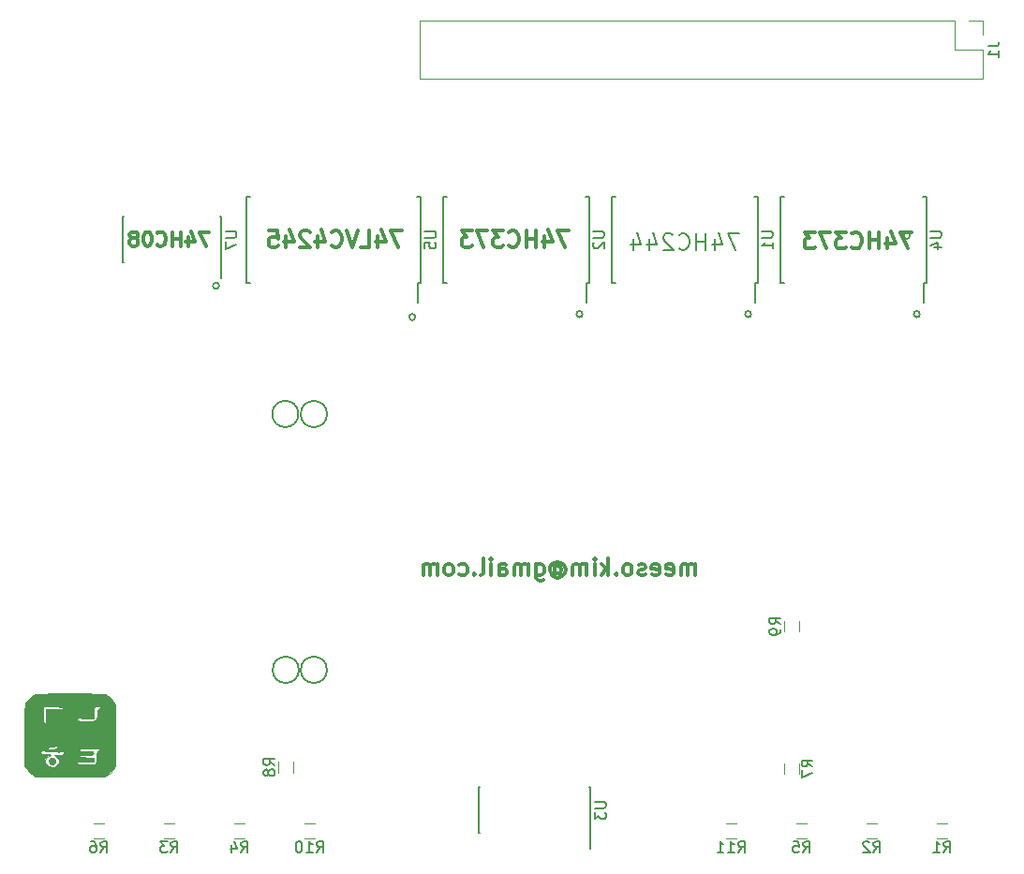
<source format=gbr>
G04 #@! TF.FileFunction,Legend,Bot*
%FSLAX46Y46*%
G04 Gerber Fmt 4.6, Leading zero omitted, Abs format (unit mm)*
G04 Created by KiCad (PCBNEW 4.0.7) date 08/27/18 14:46:57*
%MOMM*%
%LPD*%
G01*
G04 APERTURE LIST*
%ADD10C,0.100000*%
%ADD11C,0.300000*%
%ADD12C,0.200000*%
%ADD13C,0.370000*%
%ADD14C,0.120000*%
%ADD15C,0.150000*%
%ADD16C,0.010000*%
G04 APERTURE END LIST*
D10*
D11*
X200472856Y-73473571D02*
X199472856Y-73473571D01*
X200115713Y-74973571D01*
X198258571Y-73973571D02*
X198258571Y-74973571D01*
X198615714Y-73402143D02*
X198972857Y-74473571D01*
X198044285Y-74473571D01*
X197472857Y-74973571D02*
X197472857Y-73473571D01*
X197472857Y-74187857D02*
X196615714Y-74187857D01*
X196615714Y-74973571D02*
X196615714Y-73473571D01*
X195044285Y-74830714D02*
X195115714Y-74902143D01*
X195330000Y-74973571D01*
X195472857Y-74973571D01*
X195687142Y-74902143D01*
X195830000Y-74759286D01*
X195901428Y-74616429D01*
X195972857Y-74330714D01*
X195972857Y-74116429D01*
X195901428Y-73830714D01*
X195830000Y-73687857D01*
X195687142Y-73545000D01*
X195472857Y-73473571D01*
X195330000Y-73473571D01*
X195115714Y-73545000D01*
X195044285Y-73616429D01*
X194544285Y-73473571D02*
X193615714Y-73473571D01*
X194115714Y-74045000D01*
X193901428Y-74045000D01*
X193758571Y-74116429D01*
X193687142Y-74187857D01*
X193615714Y-74330714D01*
X193615714Y-74687857D01*
X193687142Y-74830714D01*
X193758571Y-74902143D01*
X193901428Y-74973571D01*
X194330000Y-74973571D01*
X194472857Y-74902143D01*
X194544285Y-74830714D01*
X193115714Y-73473571D02*
X192115714Y-73473571D01*
X192758571Y-74973571D01*
X191687143Y-73473571D02*
X190758572Y-73473571D01*
X191258572Y-74045000D01*
X191044286Y-74045000D01*
X190901429Y-74116429D01*
X190830000Y-74187857D01*
X190758572Y-74330714D01*
X190758572Y-74687857D01*
X190830000Y-74830714D01*
X190901429Y-74902143D01*
X191044286Y-74973571D01*
X191472858Y-74973571D01*
X191615715Y-74902143D01*
X191687143Y-74830714D01*
D12*
X147615849Y-113042700D02*
G75*
G03X147615849Y-113042700I-1184849J0D01*
G01*
X145075849Y-113042700D02*
G75*
G03X145075849Y-113042700I-1184849J0D01*
G01*
X147615849Y-89924951D02*
G75*
G03X147615849Y-89924951I-1184849J0D01*
G01*
X145034000Y-89916000D02*
G75*
G03X145034000Y-89916000I-1184849J0D01*
G01*
X137875781Y-78333600D02*
G75*
G03X137875781Y-78333600I-283981J0D01*
G01*
X185957981Y-80899000D02*
G75*
G03X185957981Y-80899000I-283981J0D01*
G01*
X170717981Y-80899000D02*
G75*
G03X170717981Y-80899000I-283981J0D01*
G01*
X201197981Y-80899000D02*
G75*
G03X201197981Y-80899000I-283981J0D01*
G01*
D11*
X180878214Y-104501071D02*
X180878214Y-103501071D01*
X180878214Y-103643929D02*
X180806786Y-103572500D01*
X180663928Y-103501071D01*
X180449643Y-103501071D01*
X180306786Y-103572500D01*
X180235357Y-103715357D01*
X180235357Y-104501071D01*
X180235357Y-103715357D02*
X180163928Y-103572500D01*
X180021071Y-103501071D01*
X179806786Y-103501071D01*
X179663928Y-103572500D01*
X179592500Y-103715357D01*
X179592500Y-104501071D01*
X178306786Y-104429643D02*
X178449643Y-104501071D01*
X178735357Y-104501071D01*
X178878214Y-104429643D01*
X178949643Y-104286786D01*
X178949643Y-103715357D01*
X178878214Y-103572500D01*
X178735357Y-103501071D01*
X178449643Y-103501071D01*
X178306786Y-103572500D01*
X178235357Y-103715357D01*
X178235357Y-103858214D01*
X178949643Y-104001071D01*
X177021072Y-104429643D02*
X177163929Y-104501071D01*
X177449643Y-104501071D01*
X177592500Y-104429643D01*
X177663929Y-104286786D01*
X177663929Y-103715357D01*
X177592500Y-103572500D01*
X177449643Y-103501071D01*
X177163929Y-103501071D01*
X177021072Y-103572500D01*
X176949643Y-103715357D01*
X176949643Y-103858214D01*
X177663929Y-104001071D01*
X176378215Y-104429643D02*
X176235358Y-104501071D01*
X175949643Y-104501071D01*
X175806786Y-104429643D01*
X175735358Y-104286786D01*
X175735358Y-104215357D01*
X175806786Y-104072500D01*
X175949643Y-104001071D01*
X176163929Y-104001071D01*
X176306786Y-103929643D01*
X176378215Y-103786786D01*
X176378215Y-103715357D01*
X176306786Y-103572500D01*
X176163929Y-103501071D01*
X175949643Y-103501071D01*
X175806786Y-103572500D01*
X174878214Y-104501071D02*
X175021072Y-104429643D01*
X175092500Y-104358214D01*
X175163929Y-104215357D01*
X175163929Y-103786786D01*
X175092500Y-103643929D01*
X175021072Y-103572500D01*
X174878214Y-103501071D01*
X174663929Y-103501071D01*
X174521072Y-103572500D01*
X174449643Y-103643929D01*
X174378214Y-103786786D01*
X174378214Y-104215357D01*
X174449643Y-104358214D01*
X174521072Y-104429643D01*
X174663929Y-104501071D01*
X174878214Y-104501071D01*
X173735357Y-104358214D02*
X173663929Y-104429643D01*
X173735357Y-104501071D01*
X173806786Y-104429643D01*
X173735357Y-104358214D01*
X173735357Y-104501071D01*
X173021071Y-104501071D02*
X173021071Y-103001071D01*
X172878214Y-103929643D02*
X172449643Y-104501071D01*
X172449643Y-103501071D02*
X173021071Y-104072500D01*
X171806785Y-104501071D02*
X171806785Y-103501071D01*
X171806785Y-103001071D02*
X171878214Y-103072500D01*
X171806785Y-103143929D01*
X171735357Y-103072500D01*
X171806785Y-103001071D01*
X171806785Y-103143929D01*
X171092499Y-104501071D02*
X171092499Y-103501071D01*
X171092499Y-103643929D02*
X171021071Y-103572500D01*
X170878213Y-103501071D01*
X170663928Y-103501071D01*
X170521071Y-103572500D01*
X170449642Y-103715357D01*
X170449642Y-104501071D01*
X170449642Y-103715357D02*
X170378213Y-103572500D01*
X170235356Y-103501071D01*
X170021071Y-103501071D01*
X169878213Y-103572500D01*
X169806785Y-103715357D01*
X169806785Y-104501071D01*
X168163928Y-103786786D02*
X168235356Y-103715357D01*
X168378213Y-103643929D01*
X168521071Y-103643929D01*
X168663928Y-103715357D01*
X168735356Y-103786786D01*
X168806785Y-103929643D01*
X168806785Y-104072500D01*
X168735356Y-104215357D01*
X168663928Y-104286786D01*
X168521071Y-104358214D01*
X168378213Y-104358214D01*
X168235356Y-104286786D01*
X168163928Y-104215357D01*
X168163928Y-103643929D02*
X168163928Y-104215357D01*
X168092499Y-104286786D01*
X168021071Y-104286786D01*
X167878213Y-104215357D01*
X167806785Y-104072500D01*
X167806785Y-103715357D01*
X167949642Y-103501071D01*
X168163928Y-103358214D01*
X168449642Y-103286786D01*
X168735356Y-103358214D01*
X168949642Y-103501071D01*
X169092499Y-103715357D01*
X169163928Y-104001071D01*
X169092499Y-104286786D01*
X168949642Y-104501071D01*
X168735356Y-104643929D01*
X168449642Y-104715357D01*
X168163928Y-104643929D01*
X167949642Y-104501071D01*
X166521071Y-103501071D02*
X166521071Y-104715357D01*
X166592500Y-104858214D01*
X166663928Y-104929643D01*
X166806785Y-105001071D01*
X167021071Y-105001071D01*
X167163928Y-104929643D01*
X166521071Y-104429643D02*
X166663928Y-104501071D01*
X166949642Y-104501071D01*
X167092500Y-104429643D01*
X167163928Y-104358214D01*
X167235357Y-104215357D01*
X167235357Y-103786786D01*
X167163928Y-103643929D01*
X167092500Y-103572500D01*
X166949642Y-103501071D01*
X166663928Y-103501071D01*
X166521071Y-103572500D01*
X165806785Y-104501071D02*
X165806785Y-103501071D01*
X165806785Y-103643929D02*
X165735357Y-103572500D01*
X165592499Y-103501071D01*
X165378214Y-103501071D01*
X165235357Y-103572500D01*
X165163928Y-103715357D01*
X165163928Y-104501071D01*
X165163928Y-103715357D02*
X165092499Y-103572500D01*
X164949642Y-103501071D01*
X164735357Y-103501071D01*
X164592499Y-103572500D01*
X164521071Y-103715357D01*
X164521071Y-104501071D01*
X163163928Y-104501071D02*
X163163928Y-103715357D01*
X163235357Y-103572500D01*
X163378214Y-103501071D01*
X163663928Y-103501071D01*
X163806785Y-103572500D01*
X163163928Y-104429643D02*
X163306785Y-104501071D01*
X163663928Y-104501071D01*
X163806785Y-104429643D01*
X163878214Y-104286786D01*
X163878214Y-104143929D01*
X163806785Y-104001071D01*
X163663928Y-103929643D01*
X163306785Y-103929643D01*
X163163928Y-103858214D01*
X162449642Y-104501071D02*
X162449642Y-103501071D01*
X162449642Y-103001071D02*
X162521071Y-103072500D01*
X162449642Y-103143929D01*
X162378214Y-103072500D01*
X162449642Y-103001071D01*
X162449642Y-103143929D01*
X161521070Y-104501071D02*
X161663928Y-104429643D01*
X161735356Y-104286786D01*
X161735356Y-103001071D01*
X160949642Y-104358214D02*
X160878214Y-104429643D01*
X160949642Y-104501071D01*
X161021071Y-104429643D01*
X160949642Y-104358214D01*
X160949642Y-104501071D01*
X159592499Y-104429643D02*
X159735356Y-104501071D01*
X160021070Y-104501071D01*
X160163928Y-104429643D01*
X160235356Y-104358214D01*
X160306785Y-104215357D01*
X160306785Y-103786786D01*
X160235356Y-103643929D01*
X160163928Y-103572500D01*
X160021070Y-103501071D01*
X159735356Y-103501071D01*
X159592499Y-103572500D01*
X158735356Y-104501071D02*
X158878214Y-104429643D01*
X158949642Y-104358214D01*
X159021071Y-104215357D01*
X159021071Y-103786786D01*
X158949642Y-103643929D01*
X158878214Y-103572500D01*
X158735356Y-103501071D01*
X158521071Y-103501071D01*
X158378214Y-103572500D01*
X158306785Y-103643929D01*
X158235356Y-103786786D01*
X158235356Y-104215357D01*
X158306785Y-104358214D01*
X158378214Y-104429643D01*
X158521071Y-104501071D01*
X158735356Y-104501071D01*
X157592499Y-104501071D02*
X157592499Y-103501071D01*
X157592499Y-103643929D02*
X157521071Y-103572500D01*
X157378213Y-103501071D01*
X157163928Y-103501071D01*
X157021071Y-103572500D01*
X156949642Y-103715357D01*
X156949642Y-104501071D01*
X156949642Y-103715357D02*
X156878213Y-103572500D01*
X156735356Y-103501071D01*
X156521071Y-103501071D01*
X156378213Y-103572500D01*
X156306785Y-103715357D01*
X156306785Y-104501071D01*
D12*
X200308981Y-73787000D02*
G75*
G03X200308981Y-73787000I-283981J0D01*
G01*
D11*
X169484856Y-73346571D02*
X168484856Y-73346571D01*
X169127713Y-74846571D01*
X167270571Y-73846571D02*
X167270571Y-74846571D01*
X167627714Y-73275143D02*
X167984857Y-74346571D01*
X167056285Y-74346571D01*
X166484857Y-74846571D02*
X166484857Y-73346571D01*
X166484857Y-74060857D02*
X165627714Y-74060857D01*
X165627714Y-74846571D02*
X165627714Y-73346571D01*
X164056285Y-74703714D02*
X164127714Y-74775143D01*
X164342000Y-74846571D01*
X164484857Y-74846571D01*
X164699142Y-74775143D01*
X164842000Y-74632286D01*
X164913428Y-74489429D01*
X164984857Y-74203714D01*
X164984857Y-73989429D01*
X164913428Y-73703714D01*
X164842000Y-73560857D01*
X164699142Y-73418000D01*
X164484857Y-73346571D01*
X164342000Y-73346571D01*
X164127714Y-73418000D01*
X164056285Y-73489429D01*
X163556285Y-73346571D02*
X162627714Y-73346571D01*
X163127714Y-73918000D01*
X162913428Y-73918000D01*
X162770571Y-73989429D01*
X162699142Y-74060857D01*
X162627714Y-74203714D01*
X162627714Y-74560857D01*
X162699142Y-74703714D01*
X162770571Y-74775143D01*
X162913428Y-74846571D01*
X163342000Y-74846571D01*
X163484857Y-74775143D01*
X163556285Y-74703714D01*
X162127714Y-73346571D02*
X161127714Y-73346571D01*
X161770571Y-74846571D01*
X160699143Y-73346571D02*
X159770572Y-73346571D01*
X160270572Y-73918000D01*
X160056286Y-73918000D01*
X159913429Y-73989429D01*
X159842000Y-74060857D01*
X159770572Y-74203714D01*
X159770572Y-74560857D01*
X159842000Y-74703714D01*
X159913429Y-74775143D01*
X160056286Y-74846571D01*
X160484858Y-74846571D01*
X160627715Y-74775143D01*
X160699143Y-74703714D01*
D13*
X154407427Y-73346571D02*
X153407427Y-73346571D01*
X154050284Y-74846571D01*
X152193142Y-73846571D02*
X152193142Y-74846571D01*
X152550285Y-73275143D02*
X152907428Y-74346571D01*
X151978856Y-74346571D01*
X150693142Y-74846571D02*
X151407428Y-74846571D01*
X151407428Y-73346571D01*
X150407428Y-73346571D02*
X149907428Y-74846571D01*
X149407428Y-73346571D01*
X148050285Y-74703714D02*
X148121714Y-74775143D01*
X148336000Y-74846571D01*
X148478857Y-74846571D01*
X148693142Y-74775143D01*
X148836000Y-74632286D01*
X148907428Y-74489429D01*
X148978857Y-74203714D01*
X148978857Y-73989429D01*
X148907428Y-73703714D01*
X148836000Y-73560857D01*
X148693142Y-73418000D01*
X148478857Y-73346571D01*
X148336000Y-73346571D01*
X148121714Y-73418000D01*
X148050285Y-73489429D01*
X146764571Y-73846571D02*
X146764571Y-74846571D01*
X147121714Y-73275143D02*
X147478857Y-74346571D01*
X146550285Y-74346571D01*
X146050286Y-73489429D02*
X145978857Y-73418000D01*
X145836000Y-73346571D01*
X145478857Y-73346571D01*
X145336000Y-73418000D01*
X145264571Y-73489429D01*
X145193143Y-73632286D01*
X145193143Y-73775143D01*
X145264571Y-73989429D01*
X146121714Y-74846571D01*
X145193143Y-74846571D01*
X143907429Y-73846571D02*
X143907429Y-74846571D01*
X144264572Y-73275143D02*
X144621715Y-74346571D01*
X143693143Y-74346571D01*
X142407429Y-73346571D02*
X143121715Y-73346571D01*
X143193144Y-74060857D01*
X143121715Y-73989429D01*
X142978858Y-73918000D01*
X142621715Y-73918000D01*
X142478858Y-73989429D01*
X142407429Y-74060857D01*
X142336001Y-74203714D01*
X142336001Y-74560857D01*
X142407429Y-74703714D01*
X142478858Y-74775143D01*
X142621715Y-74846571D01*
X142978858Y-74846571D01*
X143121715Y-74775143D01*
X143193144Y-74703714D01*
D11*
X136971428Y-73456095D02*
X136104761Y-73456095D01*
X136661904Y-74756095D01*
X135052380Y-73889429D02*
X135052380Y-74756095D01*
X135361904Y-73394190D02*
X135671428Y-74322762D01*
X134866666Y-74322762D01*
X134371428Y-74756095D02*
X134371428Y-73456095D01*
X134371428Y-74075143D02*
X133628571Y-74075143D01*
X133628571Y-74756095D02*
X133628571Y-73456095D01*
X132266666Y-74632286D02*
X132328571Y-74694190D01*
X132514285Y-74756095D01*
X132638095Y-74756095D01*
X132823809Y-74694190D01*
X132947618Y-74570381D01*
X133009523Y-74446571D01*
X133071428Y-74198952D01*
X133071428Y-74013238D01*
X133009523Y-73765619D01*
X132947618Y-73641810D01*
X132823809Y-73518000D01*
X132638095Y-73456095D01*
X132514285Y-73456095D01*
X132328571Y-73518000D01*
X132266666Y-73579905D01*
X131461904Y-73456095D02*
X131338095Y-73456095D01*
X131214285Y-73518000D01*
X131152380Y-73579905D01*
X131090476Y-73703714D01*
X131028571Y-73951333D01*
X131028571Y-74260857D01*
X131090476Y-74508476D01*
X131152380Y-74632286D01*
X131214285Y-74694190D01*
X131338095Y-74756095D01*
X131461904Y-74756095D01*
X131585714Y-74694190D01*
X131647618Y-74632286D01*
X131709523Y-74508476D01*
X131771428Y-74260857D01*
X131771428Y-73951333D01*
X131709523Y-73703714D01*
X131647618Y-73579905D01*
X131585714Y-73518000D01*
X131461904Y-73456095D01*
X130285714Y-74013238D02*
X130409523Y-73951333D01*
X130471428Y-73889429D01*
X130533333Y-73765619D01*
X130533333Y-73703714D01*
X130471428Y-73579905D01*
X130409523Y-73518000D01*
X130285714Y-73456095D01*
X130038095Y-73456095D01*
X129914285Y-73518000D01*
X129852381Y-73579905D01*
X129790476Y-73703714D01*
X129790476Y-73765619D01*
X129852381Y-73889429D01*
X129914285Y-73951333D01*
X130038095Y-74013238D01*
X130285714Y-74013238D01*
X130409523Y-74075143D01*
X130471428Y-74137048D01*
X130533333Y-74260857D01*
X130533333Y-74508476D01*
X130471428Y-74632286D01*
X130409523Y-74694190D01*
X130285714Y-74756095D01*
X130038095Y-74756095D01*
X129914285Y-74694190D01*
X129852381Y-74632286D01*
X129790476Y-74508476D01*
X129790476Y-74260857D01*
X129852381Y-74137048D01*
X129914285Y-74075143D01*
X130038095Y-74013238D01*
D12*
X184851856Y-73600571D02*
X183851856Y-73600571D01*
X184494713Y-75100571D01*
X182637571Y-74100571D02*
X182637571Y-75100571D01*
X182994714Y-73529143D02*
X183351857Y-74600571D01*
X182423285Y-74600571D01*
X181851857Y-75100571D02*
X181851857Y-73600571D01*
X181851857Y-74314857D02*
X180994714Y-74314857D01*
X180994714Y-75100571D02*
X180994714Y-73600571D01*
X179423285Y-74957714D02*
X179494714Y-75029143D01*
X179709000Y-75100571D01*
X179851857Y-75100571D01*
X180066142Y-75029143D01*
X180209000Y-74886286D01*
X180280428Y-74743429D01*
X180351857Y-74457714D01*
X180351857Y-74243429D01*
X180280428Y-73957714D01*
X180209000Y-73814857D01*
X180066142Y-73672000D01*
X179851857Y-73600571D01*
X179709000Y-73600571D01*
X179494714Y-73672000D01*
X179423285Y-73743429D01*
X178851857Y-73743429D02*
X178780428Y-73672000D01*
X178637571Y-73600571D01*
X178280428Y-73600571D01*
X178137571Y-73672000D01*
X178066142Y-73743429D01*
X177994714Y-73886286D01*
X177994714Y-74029143D01*
X178066142Y-74243429D01*
X178923285Y-75100571D01*
X177994714Y-75100571D01*
X176709000Y-74100571D02*
X176709000Y-75100571D01*
X177066143Y-73529143D02*
X177423286Y-74600571D01*
X176494714Y-74600571D01*
X175280429Y-74100571D02*
X175280429Y-75100571D01*
X175637572Y-73529143D02*
X175994715Y-74600571D01*
X175066143Y-74600571D01*
X155604981Y-81153000D02*
G75*
G03X155604981Y-81153000I-283981J0D01*
G01*
D14*
X204302000Y-54397600D02*
X155982000Y-54397600D01*
X155982000Y-54397600D02*
X155982000Y-59597600D01*
X155982000Y-59597600D02*
X206902000Y-59597600D01*
X206902000Y-59597600D02*
X206902000Y-56997600D01*
X206902000Y-56997600D02*
X204302000Y-56997600D01*
X204302000Y-56997600D02*
X204302000Y-54397600D01*
X205572000Y-54397600D02*
X206902000Y-54397600D01*
X206902000Y-54397600D02*
X206902000Y-55667600D01*
X203700000Y-126955000D02*
X202700000Y-126955000D01*
X202700000Y-128315000D02*
X203700000Y-128315000D01*
X197350000Y-126955000D02*
X196350000Y-126955000D01*
X196350000Y-128315000D02*
X197350000Y-128315000D01*
X133850000Y-126955000D02*
X132850000Y-126955000D01*
X132850000Y-128315000D02*
X133850000Y-128315000D01*
X140200000Y-126955000D02*
X139200000Y-126955000D01*
X139200000Y-128315000D02*
X140200000Y-128315000D01*
X191000000Y-126955000D02*
X190000000Y-126955000D01*
X190000000Y-128315000D02*
X191000000Y-128315000D01*
X127500000Y-126955000D02*
X126500000Y-126955000D01*
X126500000Y-128315000D02*
X127500000Y-128315000D01*
X188931000Y-121463000D02*
X188931000Y-122463000D01*
X190291000Y-122463000D02*
X190291000Y-121463000D01*
X144571000Y-122336000D02*
X144571000Y-121336000D01*
X143211000Y-121336000D02*
X143211000Y-122336000D01*
X190291000Y-109593000D02*
X190291000Y-108593000D01*
X188931000Y-108593000D02*
X188931000Y-109593000D01*
D15*
X186534000Y-78043000D02*
X186284000Y-78043000D01*
X186534000Y-70293000D02*
X186199000Y-70293000D01*
X173384000Y-70293000D02*
X173719000Y-70293000D01*
X173384000Y-78043000D02*
X173719000Y-78043000D01*
X186534000Y-78043000D02*
X186534000Y-70293000D01*
X173384000Y-78043000D02*
X173384000Y-70293000D01*
X186284000Y-78043000D02*
X186284000Y-79843000D01*
X171294000Y-78043000D02*
X171044000Y-78043000D01*
X171294000Y-70293000D02*
X170959000Y-70293000D01*
X158144000Y-70293000D02*
X158479000Y-70293000D01*
X158144000Y-78043000D02*
X158479000Y-78043000D01*
X171294000Y-78043000D02*
X171294000Y-70293000D01*
X158144000Y-78043000D02*
X158144000Y-70293000D01*
X171044000Y-78043000D02*
X171044000Y-79843000D01*
X201774000Y-78043000D02*
X201524000Y-78043000D01*
X201774000Y-70293000D02*
X201439000Y-70293000D01*
X188624000Y-70293000D02*
X188959000Y-70293000D01*
X188624000Y-78043000D02*
X188959000Y-78043000D01*
X201774000Y-78043000D02*
X201774000Y-70293000D01*
X188624000Y-78043000D02*
X188624000Y-70293000D01*
X201524000Y-78043000D02*
X201524000Y-79843000D01*
X156084000Y-78043000D02*
X155809000Y-78043000D01*
X156084000Y-70293000D02*
X155719000Y-70293000D01*
X140334000Y-70293000D02*
X140699000Y-70293000D01*
X140334000Y-78043000D02*
X140699000Y-78043000D01*
X156084000Y-78043000D02*
X156084000Y-70293000D01*
X140334000Y-78043000D02*
X140334000Y-70293000D01*
X155809000Y-78043000D02*
X155809000Y-79868000D01*
X138054000Y-76243000D02*
X138029000Y-76243000D01*
X138054000Y-72093000D02*
X137939000Y-72093000D01*
X129154000Y-72093000D02*
X129269000Y-72093000D01*
X129154000Y-76243000D02*
X129269000Y-76243000D01*
X138054000Y-76243000D02*
X138054000Y-72093000D01*
X129154000Y-76243000D02*
X129154000Y-72093000D01*
X138029000Y-76243000D02*
X138029000Y-77618000D01*
X171445000Y-127805000D02*
X171420000Y-127805000D01*
X171445000Y-123655000D02*
X171340000Y-123655000D01*
X161295000Y-123655000D02*
X161400000Y-123655000D01*
X161295000Y-127805000D02*
X161400000Y-127805000D01*
X171445000Y-127805000D02*
X171445000Y-123655000D01*
X161295000Y-127805000D02*
X161295000Y-123655000D01*
X171420000Y-127805000D02*
X171420000Y-129180000D01*
D16*
G36*
X123666190Y-115191863D02*
X123051422Y-115192992D01*
X122540740Y-115196537D01*
X122122687Y-115203860D01*
X121785807Y-115216322D01*
X121518643Y-115235284D01*
X121309737Y-115262106D01*
X121147634Y-115298150D01*
X121020876Y-115344777D01*
X120918006Y-115403349D01*
X120827568Y-115475225D01*
X120738106Y-115561769D01*
X120666939Y-115634876D01*
X120573444Y-115733284D01*
X120495674Y-115827278D01*
X120432268Y-115928992D01*
X120381866Y-116050563D01*
X120343107Y-116204125D01*
X120314630Y-116401815D01*
X120295074Y-116655767D01*
X120283079Y-116978117D01*
X120277284Y-117381001D01*
X120276328Y-117876553D01*
X120278850Y-118476910D01*
X120282604Y-119062500D01*
X120300750Y-121761250D01*
X120480453Y-122026047D01*
X120651358Y-122231350D01*
X120860301Y-122422951D01*
X120924953Y-122470547D01*
X121189750Y-122650250D01*
X124306599Y-122667836D01*
X127423447Y-122685422D01*
X127766368Y-122506278D01*
X128046847Y-122322580D01*
X128254775Y-122088201D01*
X128300770Y-122017521D01*
X128492250Y-121707909D01*
X128503225Y-120220551D01*
X127056711Y-120220551D01*
X127029951Y-120272969D01*
X126936500Y-120332500D01*
X126871777Y-120382829D01*
X126833419Y-120467690D01*
X126814868Y-120616490D01*
X126809560Y-120858632D01*
X126809500Y-120901698D01*
X126805694Y-121169946D01*
X126781698Y-121359177D01*
X126718649Y-121483176D01*
X126597685Y-121555726D01*
X126399940Y-121590613D01*
X126106551Y-121601620D01*
X125850472Y-121602500D01*
X125518667Y-121599828D01*
X125293248Y-121590131D01*
X125153680Y-121570884D01*
X125079431Y-121539563D01*
X125053413Y-121504511D01*
X125040860Y-121398265D01*
X125055069Y-121367264D01*
X125130849Y-121352576D01*
X125306003Y-121342960D01*
X125552971Y-121339373D01*
X125793164Y-121341667D01*
X126492000Y-121355328D01*
X126492000Y-120972265D01*
X125905351Y-120954007D01*
X125624099Y-120941993D01*
X125446049Y-120923787D01*
X125347411Y-120894325D01*
X125304391Y-120848543D01*
X125297445Y-120824625D01*
X125299689Y-120772998D01*
X125345096Y-120740277D01*
X125455829Y-120722263D01*
X125654050Y-120714758D01*
X125884094Y-120713500D01*
X126164848Y-120712419D01*
X126342300Y-120705050D01*
X126440147Y-120685205D01*
X126482088Y-120646696D01*
X126491819Y-120583334D01*
X126492000Y-120554750D01*
X126491611Y-120547489D01*
X123867588Y-120547489D01*
X123770390Y-120655570D01*
X123651239Y-120722351D01*
X123488659Y-120746818D01*
X123268161Y-120738187D01*
X123070697Y-120725449D01*
X122982027Y-120731339D01*
X122984822Y-120759598D01*
X123025678Y-120790525D01*
X123253651Y-120991988D01*
X123372964Y-121207403D01*
X123379617Y-121420609D01*
X123269610Y-121615444D01*
X123237625Y-121646848D01*
X123010140Y-121804406D01*
X122779358Y-121849003D01*
X122511028Y-121786083D01*
X122468650Y-121769060D01*
X122263277Y-121627992D01*
X122157589Y-121437261D01*
X122151327Y-121225567D01*
X122244230Y-121021606D01*
X122436041Y-120854077D01*
X122477111Y-120831960D01*
X122596781Y-120756028D01*
X122603287Y-120701908D01*
X122492916Y-120667768D01*
X122261959Y-120651772D01*
X122109055Y-120650000D01*
X121847350Y-120632623D01*
X121707079Y-120580643D01*
X121688587Y-120494286D01*
X121747186Y-120414600D01*
X121805183Y-120372876D01*
X121891756Y-120351627D01*
X122032205Y-120350303D01*
X122251833Y-120368359D01*
X122515037Y-120397985D01*
X122833518Y-120428436D01*
X123142402Y-120445429D01*
X123396943Y-120447066D01*
X123504069Y-120439993D01*
X123732436Y-120431547D01*
X123855628Y-120469014D01*
X123867588Y-120547489D01*
X126491611Y-120547489D01*
X126488136Y-120482707D01*
X126461085Y-120436619D01*
X126387659Y-120410686D01*
X126244673Y-120399114D01*
X126008940Y-120396105D01*
X125857000Y-120396000D01*
X125567988Y-120394256D01*
X125382974Y-120385962D01*
X125278971Y-120366520D01*
X125232993Y-120331332D01*
X125222052Y-120275801D01*
X125222000Y-120269000D01*
X125228413Y-120219483D01*
X125260439Y-120184838D01*
X125337261Y-120162418D01*
X125478064Y-120149576D01*
X125702030Y-120143667D01*
X126028344Y-120142046D01*
X126142750Y-120142000D01*
X126540855Y-120145921D01*
X126820396Y-120159003D01*
X126989604Y-120183221D01*
X127056711Y-120220551D01*
X128503225Y-120220551D01*
X128504979Y-119982741D01*
X123254537Y-119982741D01*
X123203641Y-120087358D01*
X123112371Y-120170149D01*
X122938268Y-120240355D01*
X122718100Y-120266373D01*
X122515186Y-120244392D01*
X122434622Y-120210936D01*
X122361211Y-120122094D01*
X122395376Y-120036797D01*
X122518574Y-119973521D01*
X122695883Y-119950632D01*
X122903593Y-119941117D01*
X123079439Y-119918586D01*
X123110625Y-119911476D01*
X123223463Y-119913841D01*
X123254537Y-119982741D01*
X128504979Y-119982741D01*
X128511733Y-119067579D01*
X128515782Y-118299761D01*
X128515626Y-117655351D01*
X128511204Y-117130822D01*
X128502453Y-116722650D01*
X128489309Y-116427309D01*
X128486964Y-116402517D01*
X127122275Y-116402517D01*
X127072452Y-116477774D01*
X127007260Y-116518615D01*
X126938993Y-116581757D01*
X126896175Y-116701058D01*
X126870360Y-116905883D01*
X126862749Y-117021060D01*
X126845837Y-117262505D01*
X126814042Y-117434569D01*
X126748300Y-117549003D01*
X126629550Y-117617561D01*
X126438729Y-117651995D01*
X126156775Y-117664057D01*
X125817475Y-117665500D01*
X125474461Y-117664359D01*
X125238546Y-117659033D01*
X125089839Y-117646667D01*
X125008446Y-117624403D01*
X124974474Y-117589387D01*
X124968000Y-117543545D01*
X125022892Y-117439655D01*
X125162458Y-117379383D01*
X125349036Y-117372246D01*
X125500853Y-117408877D01*
X125657350Y-117444196D01*
X125885357Y-117468187D01*
X126083384Y-117475000D01*
X126492000Y-117475000D01*
X126492000Y-117026325D01*
X126501882Y-116717170D01*
X126539026Y-116513621D01*
X126614682Y-116395297D01*
X126616914Y-116394345D01*
X123888500Y-116394345D01*
X123868482Y-116432776D01*
X123776952Y-116518961D01*
X123766943Y-116527363D01*
X123688741Y-116583476D01*
X123599181Y-116617560D01*
X123470635Y-116632376D01*
X123275475Y-116630686D01*
X122986072Y-116615252D01*
X122925568Y-116611463D01*
X122237500Y-116567924D01*
X122237500Y-117211962D01*
X122234525Y-117509696D01*
X122223490Y-117701555D01*
X122201234Y-117808566D01*
X122164596Y-117851759D01*
X122140679Y-117856000D01*
X122049055Y-117802827D01*
X121981929Y-117693116D01*
X121954162Y-117557551D01*
X121932835Y-117334399D01*
X121921208Y-117063031D01*
X121920000Y-116944911D01*
X121920000Y-116359590D01*
X122888375Y-116374278D01*
X123225892Y-116379702D01*
X123516448Y-116384950D01*
X123737315Y-116389565D01*
X123865764Y-116393091D01*
X123888500Y-116394345D01*
X126616914Y-116394345D01*
X126740098Y-116341817D01*
X126875235Y-116332000D01*
X127054509Y-116351061D01*
X127122275Y-116402517D01*
X128486964Y-116402517D01*
X128471709Y-116241273D01*
X128460376Y-116185177D01*
X128335126Y-115924108D01*
X128128040Y-115659938D01*
X127876324Y-115433813D01*
X127666750Y-115307469D01*
X127600043Y-115280567D01*
X127520850Y-115258166D01*
X127417640Y-115239858D01*
X127278884Y-115225235D01*
X127093049Y-115213889D01*
X126848607Y-115205412D01*
X126534026Y-115199396D01*
X126137775Y-115195434D01*
X125648324Y-115193118D01*
X125054143Y-115192039D01*
X124396500Y-115191789D01*
X123666190Y-115191863D01*
X123666190Y-115191863D01*
G37*
X123666190Y-115191863D02*
X123051422Y-115192992D01*
X122540740Y-115196537D01*
X122122687Y-115203860D01*
X121785807Y-115216322D01*
X121518643Y-115235284D01*
X121309737Y-115262106D01*
X121147634Y-115298150D01*
X121020876Y-115344777D01*
X120918006Y-115403349D01*
X120827568Y-115475225D01*
X120738106Y-115561769D01*
X120666939Y-115634876D01*
X120573444Y-115733284D01*
X120495674Y-115827278D01*
X120432268Y-115928992D01*
X120381866Y-116050563D01*
X120343107Y-116204125D01*
X120314630Y-116401815D01*
X120295074Y-116655767D01*
X120283079Y-116978117D01*
X120277284Y-117381001D01*
X120276328Y-117876553D01*
X120278850Y-118476910D01*
X120282604Y-119062500D01*
X120300750Y-121761250D01*
X120480453Y-122026047D01*
X120651358Y-122231350D01*
X120860301Y-122422951D01*
X120924953Y-122470547D01*
X121189750Y-122650250D01*
X124306599Y-122667836D01*
X127423447Y-122685422D01*
X127766368Y-122506278D01*
X128046847Y-122322580D01*
X128254775Y-122088201D01*
X128300770Y-122017521D01*
X128492250Y-121707909D01*
X128503225Y-120220551D01*
X127056711Y-120220551D01*
X127029951Y-120272969D01*
X126936500Y-120332500D01*
X126871777Y-120382829D01*
X126833419Y-120467690D01*
X126814868Y-120616490D01*
X126809560Y-120858632D01*
X126809500Y-120901698D01*
X126805694Y-121169946D01*
X126781698Y-121359177D01*
X126718649Y-121483176D01*
X126597685Y-121555726D01*
X126399940Y-121590613D01*
X126106551Y-121601620D01*
X125850472Y-121602500D01*
X125518667Y-121599828D01*
X125293248Y-121590131D01*
X125153680Y-121570884D01*
X125079431Y-121539563D01*
X125053413Y-121504511D01*
X125040860Y-121398265D01*
X125055069Y-121367264D01*
X125130849Y-121352576D01*
X125306003Y-121342960D01*
X125552971Y-121339373D01*
X125793164Y-121341667D01*
X126492000Y-121355328D01*
X126492000Y-120972265D01*
X125905351Y-120954007D01*
X125624099Y-120941993D01*
X125446049Y-120923787D01*
X125347411Y-120894325D01*
X125304391Y-120848543D01*
X125297445Y-120824625D01*
X125299689Y-120772998D01*
X125345096Y-120740277D01*
X125455829Y-120722263D01*
X125654050Y-120714758D01*
X125884094Y-120713500D01*
X126164848Y-120712419D01*
X126342300Y-120705050D01*
X126440147Y-120685205D01*
X126482088Y-120646696D01*
X126491819Y-120583334D01*
X126492000Y-120554750D01*
X126491611Y-120547489D01*
X123867588Y-120547489D01*
X123770390Y-120655570D01*
X123651239Y-120722351D01*
X123488659Y-120746818D01*
X123268161Y-120738187D01*
X123070697Y-120725449D01*
X122982027Y-120731339D01*
X122984822Y-120759598D01*
X123025678Y-120790525D01*
X123253651Y-120991988D01*
X123372964Y-121207403D01*
X123379617Y-121420609D01*
X123269610Y-121615444D01*
X123237625Y-121646848D01*
X123010140Y-121804406D01*
X122779358Y-121849003D01*
X122511028Y-121786083D01*
X122468650Y-121769060D01*
X122263277Y-121627992D01*
X122157589Y-121437261D01*
X122151327Y-121225567D01*
X122244230Y-121021606D01*
X122436041Y-120854077D01*
X122477111Y-120831960D01*
X122596781Y-120756028D01*
X122603287Y-120701908D01*
X122492916Y-120667768D01*
X122261959Y-120651772D01*
X122109055Y-120650000D01*
X121847350Y-120632623D01*
X121707079Y-120580643D01*
X121688587Y-120494286D01*
X121747186Y-120414600D01*
X121805183Y-120372876D01*
X121891756Y-120351627D01*
X122032205Y-120350303D01*
X122251833Y-120368359D01*
X122515037Y-120397985D01*
X122833518Y-120428436D01*
X123142402Y-120445429D01*
X123396943Y-120447066D01*
X123504069Y-120439993D01*
X123732436Y-120431547D01*
X123855628Y-120469014D01*
X123867588Y-120547489D01*
X126491611Y-120547489D01*
X126488136Y-120482707D01*
X126461085Y-120436619D01*
X126387659Y-120410686D01*
X126244673Y-120399114D01*
X126008940Y-120396105D01*
X125857000Y-120396000D01*
X125567988Y-120394256D01*
X125382974Y-120385962D01*
X125278971Y-120366520D01*
X125232993Y-120331332D01*
X125222052Y-120275801D01*
X125222000Y-120269000D01*
X125228413Y-120219483D01*
X125260439Y-120184838D01*
X125337261Y-120162418D01*
X125478064Y-120149576D01*
X125702030Y-120143667D01*
X126028344Y-120142046D01*
X126142750Y-120142000D01*
X126540855Y-120145921D01*
X126820396Y-120159003D01*
X126989604Y-120183221D01*
X127056711Y-120220551D01*
X128503225Y-120220551D01*
X128504979Y-119982741D01*
X123254537Y-119982741D01*
X123203641Y-120087358D01*
X123112371Y-120170149D01*
X122938268Y-120240355D01*
X122718100Y-120266373D01*
X122515186Y-120244392D01*
X122434622Y-120210936D01*
X122361211Y-120122094D01*
X122395376Y-120036797D01*
X122518574Y-119973521D01*
X122695883Y-119950632D01*
X122903593Y-119941117D01*
X123079439Y-119918586D01*
X123110625Y-119911476D01*
X123223463Y-119913841D01*
X123254537Y-119982741D01*
X128504979Y-119982741D01*
X128511733Y-119067579D01*
X128515782Y-118299761D01*
X128515626Y-117655351D01*
X128511204Y-117130822D01*
X128502453Y-116722650D01*
X128489309Y-116427309D01*
X128486964Y-116402517D01*
X127122275Y-116402517D01*
X127072452Y-116477774D01*
X127007260Y-116518615D01*
X126938993Y-116581757D01*
X126896175Y-116701058D01*
X126870360Y-116905883D01*
X126862749Y-117021060D01*
X126845837Y-117262505D01*
X126814042Y-117434569D01*
X126748300Y-117549003D01*
X126629550Y-117617561D01*
X126438729Y-117651995D01*
X126156775Y-117664057D01*
X125817475Y-117665500D01*
X125474461Y-117664359D01*
X125238546Y-117659033D01*
X125089839Y-117646667D01*
X125008446Y-117624403D01*
X124974474Y-117589387D01*
X124968000Y-117543545D01*
X125022892Y-117439655D01*
X125162458Y-117379383D01*
X125349036Y-117372246D01*
X125500853Y-117408877D01*
X125657350Y-117444196D01*
X125885357Y-117468187D01*
X126083384Y-117475000D01*
X126492000Y-117475000D01*
X126492000Y-117026325D01*
X126501882Y-116717170D01*
X126539026Y-116513621D01*
X126614682Y-116395297D01*
X126616914Y-116394345D01*
X123888500Y-116394345D01*
X123868482Y-116432776D01*
X123776952Y-116518961D01*
X123766943Y-116527363D01*
X123688741Y-116583476D01*
X123599181Y-116617560D01*
X123470635Y-116632376D01*
X123275475Y-116630686D01*
X122986072Y-116615252D01*
X122925568Y-116611463D01*
X122237500Y-116567924D01*
X122237500Y-117211962D01*
X122234525Y-117509696D01*
X122223490Y-117701555D01*
X122201234Y-117808566D01*
X122164596Y-117851759D01*
X122140679Y-117856000D01*
X122049055Y-117802827D01*
X121981929Y-117693116D01*
X121954162Y-117557551D01*
X121932835Y-117334399D01*
X121921208Y-117063031D01*
X121920000Y-116944911D01*
X121920000Y-116359590D01*
X122888375Y-116374278D01*
X123225892Y-116379702D01*
X123516448Y-116384950D01*
X123737315Y-116389565D01*
X123865764Y-116393091D01*
X123888500Y-116394345D01*
X126616914Y-116394345D01*
X126740098Y-116341817D01*
X126875235Y-116332000D01*
X127054509Y-116351061D01*
X127122275Y-116402517D01*
X128486964Y-116402517D01*
X128471709Y-116241273D01*
X128460376Y-116185177D01*
X128335126Y-115924108D01*
X128128040Y-115659938D01*
X127876324Y-115433813D01*
X127666750Y-115307469D01*
X127600043Y-115280567D01*
X127520850Y-115258166D01*
X127417640Y-115239858D01*
X127278884Y-115225235D01*
X127093049Y-115213889D01*
X126848607Y-115205412D01*
X126534026Y-115199396D01*
X126137775Y-115195434D01*
X125648324Y-115193118D01*
X125054143Y-115192039D01*
X124396500Y-115191789D01*
X123666190Y-115191863D01*
G36*
X122668136Y-121009393D02*
X122544085Y-121106142D01*
X122449877Y-121214345D01*
X122428000Y-121270870D01*
X122461065Y-121354847D01*
X122526851Y-121461370D01*
X122667555Y-121573639D01*
X122838808Y-121597303D01*
X122986800Y-121526300D01*
X123055502Y-121382056D01*
X123040177Y-121212107D01*
X122958007Y-121061298D01*
X122826171Y-120974475D01*
X122772715Y-120967500D01*
X122668136Y-121009393D01*
X122668136Y-121009393D01*
G37*
X122668136Y-121009393D02*
X122544085Y-121106142D01*
X122449877Y-121214345D01*
X122428000Y-121270870D01*
X122461065Y-121354847D01*
X122526851Y-121461370D01*
X122667555Y-121573639D01*
X122838808Y-121597303D01*
X122986800Y-121526300D01*
X123055502Y-121382056D01*
X123040177Y-121212107D01*
X122958007Y-121061298D01*
X122826171Y-120974475D01*
X122772715Y-120967500D01*
X122668136Y-121009393D01*
D14*
X146550000Y-126955000D02*
X145550000Y-126955000D01*
X145550000Y-128315000D02*
X146550000Y-128315000D01*
X184650000Y-126955000D02*
X183650000Y-126955000D01*
X183650000Y-128315000D02*
X184650000Y-128315000D01*
D15*
X207354381Y-56664267D02*
X208068667Y-56664267D01*
X208211524Y-56616647D01*
X208306762Y-56521409D01*
X208354381Y-56378552D01*
X208354381Y-56283314D01*
X208354381Y-57664267D02*
X208354381Y-57092838D01*
X208354381Y-57378552D02*
X207354381Y-57378552D01*
X207497238Y-57283314D01*
X207592476Y-57188076D01*
X207640095Y-57092838D01*
X203366666Y-129537381D02*
X203700000Y-129061190D01*
X203938095Y-129537381D02*
X203938095Y-128537381D01*
X203557142Y-128537381D01*
X203461904Y-128585000D01*
X203414285Y-128632619D01*
X203366666Y-128727857D01*
X203366666Y-128870714D01*
X203414285Y-128965952D01*
X203461904Y-129013571D01*
X203557142Y-129061190D01*
X203938095Y-129061190D01*
X202414285Y-129537381D02*
X202985714Y-129537381D01*
X202700000Y-129537381D02*
X202700000Y-128537381D01*
X202795238Y-128680238D01*
X202890476Y-128775476D01*
X202985714Y-128823095D01*
X197016666Y-129537381D02*
X197350000Y-129061190D01*
X197588095Y-129537381D02*
X197588095Y-128537381D01*
X197207142Y-128537381D01*
X197111904Y-128585000D01*
X197064285Y-128632619D01*
X197016666Y-128727857D01*
X197016666Y-128870714D01*
X197064285Y-128965952D01*
X197111904Y-129013571D01*
X197207142Y-129061190D01*
X197588095Y-129061190D01*
X196635714Y-128632619D02*
X196588095Y-128585000D01*
X196492857Y-128537381D01*
X196254761Y-128537381D01*
X196159523Y-128585000D01*
X196111904Y-128632619D01*
X196064285Y-128727857D01*
X196064285Y-128823095D01*
X196111904Y-128965952D01*
X196683333Y-129537381D01*
X196064285Y-129537381D01*
X133516666Y-129537381D02*
X133850000Y-129061190D01*
X134088095Y-129537381D02*
X134088095Y-128537381D01*
X133707142Y-128537381D01*
X133611904Y-128585000D01*
X133564285Y-128632619D01*
X133516666Y-128727857D01*
X133516666Y-128870714D01*
X133564285Y-128965952D01*
X133611904Y-129013571D01*
X133707142Y-129061190D01*
X134088095Y-129061190D01*
X133183333Y-128537381D02*
X132564285Y-128537381D01*
X132897619Y-128918333D01*
X132754761Y-128918333D01*
X132659523Y-128965952D01*
X132611904Y-129013571D01*
X132564285Y-129108810D01*
X132564285Y-129346905D01*
X132611904Y-129442143D01*
X132659523Y-129489762D01*
X132754761Y-129537381D01*
X133040476Y-129537381D01*
X133135714Y-129489762D01*
X133183333Y-129442143D01*
X139866666Y-129537381D02*
X140200000Y-129061190D01*
X140438095Y-129537381D02*
X140438095Y-128537381D01*
X140057142Y-128537381D01*
X139961904Y-128585000D01*
X139914285Y-128632619D01*
X139866666Y-128727857D01*
X139866666Y-128870714D01*
X139914285Y-128965952D01*
X139961904Y-129013571D01*
X140057142Y-129061190D01*
X140438095Y-129061190D01*
X139009523Y-128870714D02*
X139009523Y-129537381D01*
X139247619Y-128489762D02*
X139485714Y-129204048D01*
X138866666Y-129204048D01*
X190666666Y-129537381D02*
X191000000Y-129061190D01*
X191238095Y-129537381D02*
X191238095Y-128537381D01*
X190857142Y-128537381D01*
X190761904Y-128585000D01*
X190714285Y-128632619D01*
X190666666Y-128727857D01*
X190666666Y-128870714D01*
X190714285Y-128965952D01*
X190761904Y-129013571D01*
X190857142Y-129061190D01*
X191238095Y-129061190D01*
X189761904Y-128537381D02*
X190238095Y-128537381D01*
X190285714Y-129013571D01*
X190238095Y-128965952D01*
X190142857Y-128918333D01*
X189904761Y-128918333D01*
X189809523Y-128965952D01*
X189761904Y-129013571D01*
X189714285Y-129108810D01*
X189714285Y-129346905D01*
X189761904Y-129442143D01*
X189809523Y-129489762D01*
X189904761Y-129537381D01*
X190142857Y-129537381D01*
X190238095Y-129489762D01*
X190285714Y-129442143D01*
X127166666Y-129537381D02*
X127500000Y-129061190D01*
X127738095Y-129537381D02*
X127738095Y-128537381D01*
X127357142Y-128537381D01*
X127261904Y-128585000D01*
X127214285Y-128632619D01*
X127166666Y-128727857D01*
X127166666Y-128870714D01*
X127214285Y-128965952D01*
X127261904Y-129013571D01*
X127357142Y-129061190D01*
X127738095Y-129061190D01*
X126309523Y-128537381D02*
X126500000Y-128537381D01*
X126595238Y-128585000D01*
X126642857Y-128632619D01*
X126738095Y-128775476D01*
X126785714Y-128965952D01*
X126785714Y-129346905D01*
X126738095Y-129442143D01*
X126690476Y-129489762D01*
X126595238Y-129537381D01*
X126404761Y-129537381D01*
X126309523Y-129489762D01*
X126261904Y-129442143D01*
X126214285Y-129346905D01*
X126214285Y-129108810D01*
X126261904Y-129013571D01*
X126309523Y-128965952D01*
X126404761Y-128918333D01*
X126595238Y-128918333D01*
X126690476Y-128965952D01*
X126738095Y-129013571D01*
X126785714Y-129108810D01*
X191513381Y-121796334D02*
X191037190Y-121463000D01*
X191513381Y-121224905D02*
X190513381Y-121224905D01*
X190513381Y-121605858D01*
X190561000Y-121701096D01*
X190608619Y-121748715D01*
X190703857Y-121796334D01*
X190846714Y-121796334D01*
X190941952Y-121748715D01*
X190989571Y-121701096D01*
X191037190Y-121605858D01*
X191037190Y-121224905D01*
X190513381Y-122129667D02*
X190513381Y-122796334D01*
X191513381Y-122367762D01*
X142893381Y-121669334D02*
X142417190Y-121336000D01*
X142893381Y-121097905D02*
X141893381Y-121097905D01*
X141893381Y-121478858D01*
X141941000Y-121574096D01*
X141988619Y-121621715D01*
X142083857Y-121669334D01*
X142226714Y-121669334D01*
X142321952Y-121621715D01*
X142369571Y-121574096D01*
X142417190Y-121478858D01*
X142417190Y-121097905D01*
X142321952Y-122240762D02*
X142274333Y-122145524D01*
X142226714Y-122097905D01*
X142131476Y-122050286D01*
X142083857Y-122050286D01*
X141988619Y-122097905D01*
X141941000Y-122145524D01*
X141893381Y-122240762D01*
X141893381Y-122431239D01*
X141941000Y-122526477D01*
X141988619Y-122574096D01*
X142083857Y-122621715D01*
X142131476Y-122621715D01*
X142226714Y-122574096D01*
X142274333Y-122526477D01*
X142321952Y-122431239D01*
X142321952Y-122240762D01*
X142369571Y-122145524D01*
X142417190Y-122097905D01*
X142512429Y-122050286D01*
X142702905Y-122050286D01*
X142798143Y-122097905D01*
X142845762Y-122145524D01*
X142893381Y-122240762D01*
X142893381Y-122431239D01*
X142845762Y-122526477D01*
X142798143Y-122574096D01*
X142702905Y-122621715D01*
X142512429Y-122621715D01*
X142417190Y-122574096D01*
X142369571Y-122526477D01*
X142321952Y-122431239D01*
X188613381Y-108926334D02*
X188137190Y-108593000D01*
X188613381Y-108354905D02*
X187613381Y-108354905D01*
X187613381Y-108735858D01*
X187661000Y-108831096D01*
X187708619Y-108878715D01*
X187803857Y-108926334D01*
X187946714Y-108926334D01*
X188041952Y-108878715D01*
X188089571Y-108831096D01*
X188137190Y-108735858D01*
X188137190Y-108354905D01*
X188613381Y-109402524D02*
X188613381Y-109593000D01*
X188565762Y-109688239D01*
X188518143Y-109735858D01*
X188375286Y-109831096D01*
X188184810Y-109878715D01*
X187803857Y-109878715D01*
X187708619Y-109831096D01*
X187661000Y-109783477D01*
X187613381Y-109688239D01*
X187613381Y-109497762D01*
X187661000Y-109402524D01*
X187708619Y-109354905D01*
X187803857Y-109307286D01*
X188041952Y-109307286D01*
X188137190Y-109354905D01*
X188184810Y-109402524D01*
X188232429Y-109497762D01*
X188232429Y-109688239D01*
X188184810Y-109783477D01*
X188137190Y-109831096D01*
X188041952Y-109878715D01*
X186911381Y-73406095D02*
X187720905Y-73406095D01*
X187816143Y-73453714D01*
X187863762Y-73501333D01*
X187911381Y-73596571D01*
X187911381Y-73787048D01*
X187863762Y-73882286D01*
X187816143Y-73929905D01*
X187720905Y-73977524D01*
X186911381Y-73977524D01*
X187911381Y-74977524D02*
X187911381Y-74406095D01*
X187911381Y-74691809D02*
X186911381Y-74691809D01*
X187054238Y-74596571D01*
X187149476Y-74501333D01*
X187197095Y-74406095D01*
X171671381Y-73406095D02*
X172480905Y-73406095D01*
X172576143Y-73453714D01*
X172623762Y-73501333D01*
X172671381Y-73596571D01*
X172671381Y-73787048D01*
X172623762Y-73882286D01*
X172576143Y-73929905D01*
X172480905Y-73977524D01*
X171671381Y-73977524D01*
X171766619Y-74406095D02*
X171719000Y-74453714D01*
X171671381Y-74548952D01*
X171671381Y-74787048D01*
X171719000Y-74882286D01*
X171766619Y-74929905D01*
X171861857Y-74977524D01*
X171957095Y-74977524D01*
X172099952Y-74929905D01*
X172671381Y-74358476D01*
X172671381Y-74977524D01*
X202151381Y-73406095D02*
X202960905Y-73406095D01*
X203056143Y-73453714D01*
X203103762Y-73501333D01*
X203151381Y-73596571D01*
X203151381Y-73787048D01*
X203103762Y-73882286D01*
X203056143Y-73929905D01*
X202960905Y-73977524D01*
X202151381Y-73977524D01*
X202484714Y-74882286D02*
X203151381Y-74882286D01*
X202103762Y-74644190D02*
X202818048Y-74406095D01*
X202818048Y-75025143D01*
X156461381Y-73406095D02*
X157270905Y-73406095D01*
X157366143Y-73453714D01*
X157413762Y-73501333D01*
X157461381Y-73596571D01*
X157461381Y-73787048D01*
X157413762Y-73882286D01*
X157366143Y-73929905D01*
X157270905Y-73977524D01*
X156461381Y-73977524D01*
X156461381Y-74929905D02*
X156461381Y-74453714D01*
X156937571Y-74406095D01*
X156889952Y-74453714D01*
X156842333Y-74548952D01*
X156842333Y-74787048D01*
X156889952Y-74882286D01*
X156937571Y-74929905D01*
X157032810Y-74977524D01*
X157270905Y-74977524D01*
X157366143Y-74929905D01*
X157413762Y-74882286D01*
X157461381Y-74787048D01*
X157461381Y-74548952D01*
X157413762Y-74453714D01*
X157366143Y-74406095D01*
X138431381Y-73406095D02*
X139240905Y-73406095D01*
X139336143Y-73453714D01*
X139383762Y-73501333D01*
X139431381Y-73596571D01*
X139431381Y-73787048D01*
X139383762Y-73882286D01*
X139336143Y-73929905D01*
X139240905Y-73977524D01*
X138431381Y-73977524D01*
X138431381Y-74358476D02*
X138431381Y-75025143D01*
X139431381Y-74596571D01*
X171822381Y-124968095D02*
X172631905Y-124968095D01*
X172727143Y-125015714D01*
X172774762Y-125063333D01*
X172822381Y-125158571D01*
X172822381Y-125349048D01*
X172774762Y-125444286D01*
X172727143Y-125491905D01*
X172631905Y-125539524D01*
X171822381Y-125539524D01*
X171822381Y-125920476D02*
X171822381Y-126539524D01*
X172203333Y-126206190D01*
X172203333Y-126349048D01*
X172250952Y-126444286D01*
X172298571Y-126491905D01*
X172393810Y-126539524D01*
X172631905Y-126539524D01*
X172727143Y-126491905D01*
X172774762Y-126444286D01*
X172822381Y-126349048D01*
X172822381Y-126063333D01*
X172774762Y-125968095D01*
X172727143Y-125920476D01*
X146692857Y-129537381D02*
X147026191Y-129061190D01*
X147264286Y-129537381D02*
X147264286Y-128537381D01*
X146883333Y-128537381D01*
X146788095Y-128585000D01*
X146740476Y-128632619D01*
X146692857Y-128727857D01*
X146692857Y-128870714D01*
X146740476Y-128965952D01*
X146788095Y-129013571D01*
X146883333Y-129061190D01*
X147264286Y-129061190D01*
X145740476Y-129537381D02*
X146311905Y-129537381D01*
X146026191Y-129537381D02*
X146026191Y-128537381D01*
X146121429Y-128680238D01*
X146216667Y-128775476D01*
X146311905Y-128823095D01*
X145121429Y-128537381D02*
X145026190Y-128537381D01*
X144930952Y-128585000D01*
X144883333Y-128632619D01*
X144835714Y-128727857D01*
X144788095Y-128918333D01*
X144788095Y-129156429D01*
X144835714Y-129346905D01*
X144883333Y-129442143D01*
X144930952Y-129489762D01*
X145026190Y-129537381D01*
X145121429Y-129537381D01*
X145216667Y-129489762D01*
X145264286Y-129442143D01*
X145311905Y-129346905D01*
X145359524Y-129156429D01*
X145359524Y-128918333D01*
X145311905Y-128727857D01*
X145264286Y-128632619D01*
X145216667Y-128585000D01*
X145121429Y-128537381D01*
X184792857Y-129537381D02*
X185126191Y-129061190D01*
X185364286Y-129537381D02*
X185364286Y-128537381D01*
X184983333Y-128537381D01*
X184888095Y-128585000D01*
X184840476Y-128632619D01*
X184792857Y-128727857D01*
X184792857Y-128870714D01*
X184840476Y-128965952D01*
X184888095Y-129013571D01*
X184983333Y-129061190D01*
X185364286Y-129061190D01*
X183840476Y-129537381D02*
X184411905Y-129537381D01*
X184126191Y-129537381D02*
X184126191Y-128537381D01*
X184221429Y-128680238D01*
X184316667Y-128775476D01*
X184411905Y-128823095D01*
X182888095Y-129537381D02*
X183459524Y-129537381D01*
X183173810Y-129537381D02*
X183173810Y-128537381D01*
X183269048Y-128680238D01*
X183364286Y-128775476D01*
X183459524Y-128823095D01*
M02*

</source>
